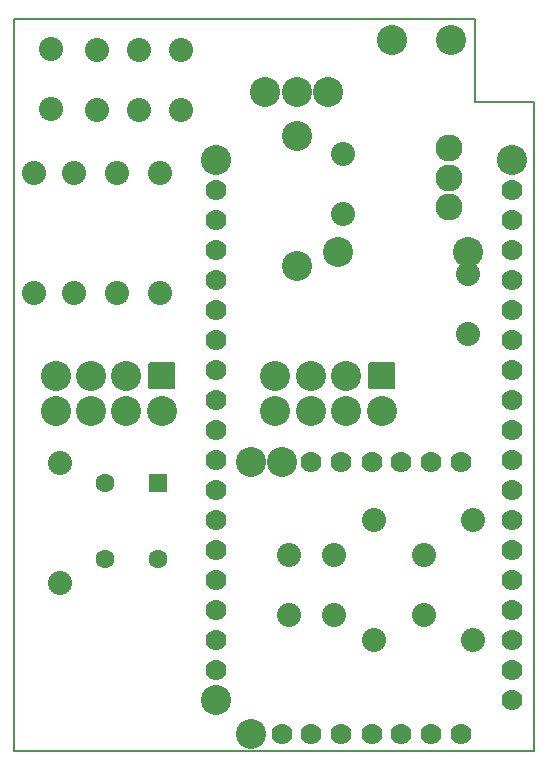
<source format=gbr>
G04 PROTEUS GERBER X2 FILE*
%TF.GenerationSoftware,Labcenter,Proteus,8.12-SP0-Build30713*%
%TF.CreationDate,2023-07-17T11:58:22+00:00*%
%TF.FileFunction,Soldermask,Top*%
%TF.FilePolarity,Negative*%
%TF.Part,Single*%
%TF.SameCoordinates,{929d0d33-b1dc-492e-9cfe-804fc5f4831e}*%
%FSLAX45Y45*%
%MOMM*%
G01*
%TA.AperFunction,Material*%
%ADD27C,2.540000*%
%ADD28C,1.778000*%
%AMPPAD021*
4,1,36,
-1.016000,-1.143000,
1.016000,-1.143000,
1.041970,-1.140470,
1.065980,-1.133200,
1.087580,-1.121650,
1.106290,-1.106290,
1.121650,-1.087570,
1.133200,-1.065980,
1.140470,-1.041970,
1.143000,-1.016000,
1.143000,1.016000,
1.140470,1.041970,
1.133200,1.065980,
1.121650,1.087570,
1.106290,1.106290,
1.087580,1.121650,
1.065980,1.133200,
1.041970,1.140470,
1.016000,1.143000,
-1.016000,1.143000,
-1.041970,1.140470,
-1.065980,1.133200,
-1.087580,1.121650,
-1.106290,1.106290,
-1.121650,1.087570,
-1.133200,1.065980,
-1.140470,1.041970,
-1.143000,1.016000,
-1.143000,-1.016000,
-1.140470,-1.041970,
-1.133200,-1.065980,
-1.121650,-1.087570,
-1.106290,-1.106290,
-1.087580,-1.121650,
-1.065980,-1.133200,
-1.041970,-1.140470,
-1.016000,-1.143000,
0*%
%TA.AperFunction,Material*%
%ADD29PPAD021*%
%TA.AperFunction,Material*%
%ADD72C,2.032000*%
%TA.AperFunction,Material*%
%ADD73C,2.286000*%
%AMPPAD024*
4,1,36,
0.800000,0.750000,
0.800000,-0.750000,
0.799000,-0.760220,
0.796140,-0.769680,
0.791590,-0.778180,
0.785540,-0.785540,
0.778180,-0.791590,
0.769680,-0.796140,
0.760220,-0.799000,
0.750000,-0.800000,
-0.750000,-0.800000,
-0.760220,-0.799000,
-0.769680,-0.796140,
-0.778180,-0.791590,
-0.785540,-0.785540,
-0.791590,-0.778180,
-0.796140,-0.769680,
-0.799000,-0.760220,
-0.800000,-0.750000,
-0.800000,0.750000,
-0.799000,0.760220,
-0.796140,0.769680,
-0.791590,0.778180,
-0.785540,0.785540,
-0.778180,0.791590,
-0.769680,0.796140,
-0.760220,0.799000,
-0.750000,0.800000,
0.750000,0.800000,
0.760220,0.799000,
0.769680,0.796140,
0.778180,0.791590,
0.785540,0.785540,
0.791590,0.778180,
0.796140,0.769680,
0.799000,0.760220,
0.800000,0.750000,
0*%
%TA.AperFunction,Material*%
%ADD30PPAD024*%
%ADD31C,1.600000*%
%TA.AperFunction,Profile*%
%ADD20C,0.203200*%
%TD.AperFunction*%
D27*
X+4210000Y+5010000D03*
D28*
X+4210000Y+4756000D03*
X+4210000Y+4502000D03*
X+4210000Y+4248000D03*
X+4210000Y+3994000D03*
X+4210000Y+3740000D03*
X+4210000Y+3486000D03*
X+4210000Y+3232000D03*
X+4210000Y+2978000D03*
X+4210000Y+2724000D03*
X+4210000Y+2470000D03*
X+4210000Y+2216000D03*
X+4210000Y+1962000D03*
X+4210000Y+1708000D03*
X+4210000Y+1454000D03*
X+4210000Y+1200000D03*
X+4210000Y+946000D03*
X+4210000Y+692000D03*
X+4210000Y+438000D03*
D27*
X+1710000Y+438000D03*
D28*
X+1710000Y+692000D03*
X+1710000Y+946000D03*
X+1710000Y+1200000D03*
X+1710000Y+1454000D03*
X+1710000Y+1708000D03*
X+1710000Y+1962000D03*
X+1710000Y+2216000D03*
X+1710000Y+2470000D03*
X+1710000Y+2724000D03*
X+1710000Y+2978000D03*
X+1710000Y+3232000D03*
X+1710000Y+3486000D03*
X+1710000Y+3740000D03*
X+1710000Y+3994000D03*
X+1710000Y+4248000D03*
X+1710000Y+4502000D03*
X+1710000Y+4756000D03*
D27*
X+1710000Y+5010000D03*
D29*
X+1250000Y+3180000D03*
D27*
X+950000Y+3180000D03*
X+650000Y+3180000D03*
X+350000Y+3180000D03*
X+1250000Y+2880000D03*
X+950000Y+2880000D03*
X+650000Y+2880000D03*
X+350000Y+2880000D03*
D29*
X+3110000Y+3180000D03*
D27*
X+2810000Y+3180000D03*
X+2510000Y+3180000D03*
X+2210000Y+3180000D03*
X+3110000Y+2880000D03*
X+2810000Y+2880000D03*
X+2510000Y+2880000D03*
X+2210000Y+2880000D03*
X+2005400Y+150000D03*
D28*
X+2265400Y+150000D03*
X+2515400Y+150000D03*
X+2765400Y+150000D03*
X+3025400Y+150000D03*
X+3275400Y+150000D03*
X+3525400Y+150000D03*
X+3785400Y+150000D03*
D27*
X+2005400Y+2450000D03*
X+2265400Y+2450000D03*
D28*
X+2515400Y+2450000D03*
X+2765400Y+2450000D03*
X+3025400Y+2450000D03*
X+3275400Y+2450000D03*
X+3525400Y+2450000D03*
X+3785400Y+2450000D03*
D27*
X+2120000Y+5580000D03*
X+2390000Y+5580000D03*
X+2660000Y+5580000D03*
D72*
X+170000Y+3880000D03*
X+170000Y+4896000D03*
X+510000Y+3880000D03*
X+510000Y+4896000D03*
X+870000Y+3880000D03*
X+870000Y+4896000D03*
X+1230000Y+3880000D03*
X+1230000Y+4896000D03*
X+310000Y+5440000D03*
X+310000Y+5948000D03*
X+700000Y+5430000D03*
X+700000Y+5938000D03*
X+1060000Y+5430000D03*
X+1060000Y+5938000D03*
X+1410000Y+5430000D03*
X+1410000Y+5938000D03*
X+2330000Y+1660000D03*
X+2330000Y+1152000D03*
X+3880000Y+1960000D03*
X+3880000Y+944000D03*
X+3470000Y+1660000D03*
X+3470000Y+1152000D03*
X+3050000Y+1960000D03*
X+3050000Y+944000D03*
X+2710000Y+1660000D03*
X+2710000Y+1152000D03*
D27*
X+3200000Y+6020000D03*
X+3700000Y+6020000D03*
X+2390000Y+4110000D03*
X+2390000Y+5210000D03*
X+3840000Y+4230000D03*
X+2740000Y+4230000D03*
D73*
X+3680000Y+5110000D03*
X+3680000Y+4857000D03*
X+3680000Y+4610000D03*
D72*
X+3840000Y+4040000D03*
X+3840000Y+3532000D03*
X+2780000Y+5060000D03*
X+2780000Y+4552000D03*
D30*
X+1215000Y+2275000D03*
D31*
X+1215000Y+1625000D03*
X+765000Y+2275000D03*
X+765000Y+1625000D03*
D72*
X+390000Y+2440000D03*
X+390000Y+1424000D03*
D20*
X+0Y+0D02*
X+0Y+6200000D01*
X+3900000Y+6200000D01*
X+3900000Y+5500000D01*
X+4400000Y+5500000D01*
X+4400000Y+0D01*
X+0Y+0D02*
X+4400000Y+0D01*
M02*

</source>
